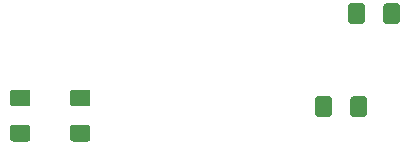
<source format=gbp>
%TF.GenerationSoftware,KiCad,Pcbnew,(5.1.6-0-10_14)*%
%TF.CreationDate,2021-04-04T14:44:52-05:00*%
%TF.ProjectId,preamp_controller1,70726561-6d70-45f6-936f-6e74726f6c6c,Rev. 01*%
%TF.SameCoordinates,Original*%
%TF.FileFunction,Paste,Bot*%
%TF.FilePolarity,Positive*%
%FSLAX46Y46*%
G04 Gerber Fmt 4.6, Leading zero omitted, Abs format (unit mm)*
G04 Created by KiCad (PCBNEW (5.1.6-0-10_14)) date 2021-04-04 14:44:52*
%MOMM*%
%LPD*%
G01*
G04 APERTURE LIST*
G04 APERTURE END LIST*
%TO.C,C26*%
G36*
G01*
X129372000Y-625000D02*
X129372000Y625000D01*
G75*
G02*
X129622000Y875000I250000J0D01*
G01*
X130547000Y875000D01*
G75*
G02*
X130797000Y625000I0J-250000D01*
G01*
X130797000Y-625000D01*
G75*
G02*
X130547000Y-875000I-250000J0D01*
G01*
X129622000Y-875000D01*
G75*
G02*
X129372000Y-625000I0J250000D01*
G01*
G37*
G36*
G01*
X132347000Y-625000D02*
X132347000Y625000D01*
G75*
G02*
X132597000Y875000I250000J0D01*
G01*
X133522000Y875000D01*
G75*
G02*
X133772000Y625000I0J-250000D01*
G01*
X133772000Y-625000D01*
G75*
G02*
X133522000Y-875000I-250000J0D01*
G01*
X132597000Y-875000D01*
G75*
G02*
X132347000Y-625000I0J250000D01*
G01*
G37*
%TD*%
%TO.C,C27*%
G36*
G01*
X106055000Y-9411000D02*
X107305000Y-9411000D01*
G75*
G02*
X107555000Y-9661000I0J-250000D01*
G01*
X107555000Y-10586000D01*
G75*
G02*
X107305000Y-10836000I-250000J0D01*
G01*
X106055000Y-10836000D01*
G75*
G02*
X105805000Y-10586000I0J250000D01*
G01*
X105805000Y-9661000D01*
G75*
G02*
X106055000Y-9411000I250000J0D01*
G01*
G37*
G36*
G01*
X106055000Y-6436000D02*
X107305000Y-6436000D01*
G75*
G02*
X107555000Y-6686000I0J-250000D01*
G01*
X107555000Y-7611000D01*
G75*
G02*
X107305000Y-7861000I-250000J0D01*
G01*
X106055000Y-7861000D01*
G75*
G02*
X105805000Y-7611000I0J250000D01*
G01*
X105805000Y-6686000D01*
G75*
G02*
X106055000Y-6436000I250000J0D01*
G01*
G37*
%TD*%
%TO.C,C35*%
G36*
G01*
X129553000Y-8499000D02*
X129553000Y-7249000D01*
G75*
G02*
X129803000Y-6999000I250000J0D01*
G01*
X130728000Y-6999000D01*
G75*
G02*
X130978000Y-7249000I0J-250000D01*
G01*
X130978000Y-8499000D01*
G75*
G02*
X130728000Y-8749000I-250000J0D01*
G01*
X129803000Y-8749000D01*
G75*
G02*
X129553000Y-8499000I0J250000D01*
G01*
G37*
G36*
G01*
X126578000Y-8499000D02*
X126578000Y-7249000D01*
G75*
G02*
X126828000Y-6999000I250000J0D01*
G01*
X127753000Y-6999000D01*
G75*
G02*
X128003000Y-7249000I0J-250000D01*
G01*
X128003000Y-8499000D01*
G75*
G02*
X127753000Y-8749000I-250000J0D01*
G01*
X126828000Y-8749000D01*
G75*
G02*
X126578000Y-8499000I0J250000D01*
G01*
G37*
%TD*%
%TO.C,C36*%
G36*
G01*
X100975000Y-6436000D02*
X102225000Y-6436000D01*
G75*
G02*
X102475000Y-6686000I0J-250000D01*
G01*
X102475000Y-7611000D01*
G75*
G02*
X102225000Y-7861000I-250000J0D01*
G01*
X100975000Y-7861000D01*
G75*
G02*
X100725000Y-7611000I0J250000D01*
G01*
X100725000Y-6686000D01*
G75*
G02*
X100975000Y-6436000I250000J0D01*
G01*
G37*
G36*
G01*
X100975000Y-9411000D02*
X102225000Y-9411000D01*
G75*
G02*
X102475000Y-9661000I0J-250000D01*
G01*
X102475000Y-10586000D01*
G75*
G02*
X102225000Y-10836000I-250000J0D01*
G01*
X100975000Y-10836000D01*
G75*
G02*
X100725000Y-10586000I0J250000D01*
G01*
X100725000Y-9661000D01*
G75*
G02*
X100975000Y-9411000I250000J0D01*
G01*
G37*
%TD*%
M02*

</source>
